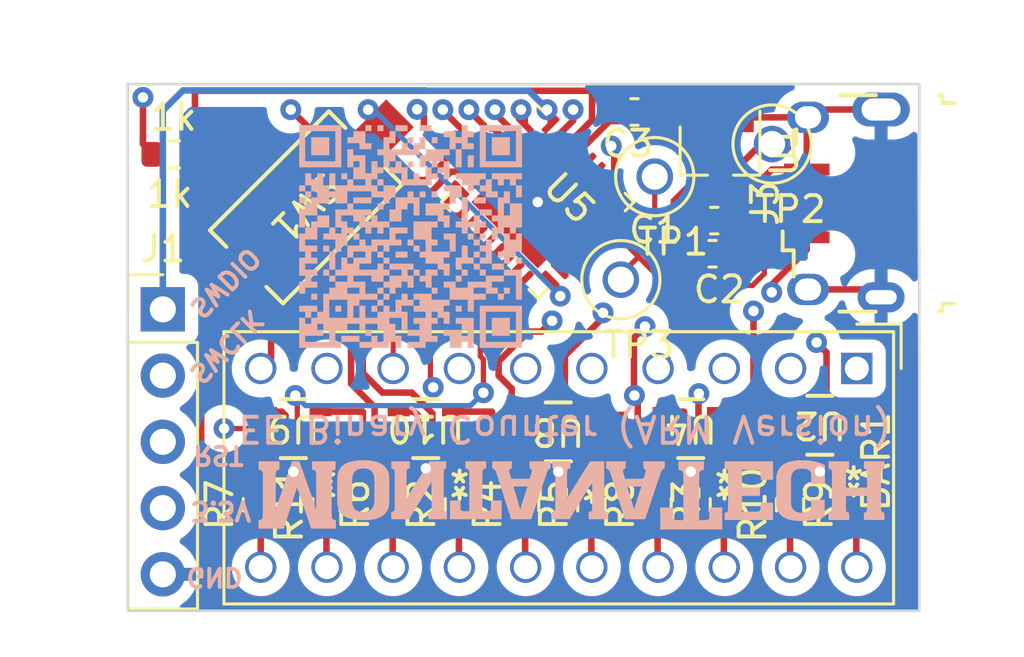
<source format=kicad_pcb>
(kicad_pcb (version 20241229) (generator "pcbnew") (generator_version "9.0")
  (layers (0 "F.Cu" signal) (4 "In1.Cu" signal) (6 "In2.Cu" signal) (2 "B.Cu" signal) (13 "F.Paste" user) (15 "B.Paste" user) (5 "F.SilkS" user "F.Silkscreen") (7 "B.SilkS" user "B.Silkscreen") (1 "F.Mask" user) (3 "B.Mask" user) (25 "Edge.Cuts" user))
  (net 0 "")
  (net 1 "+5V")
  (net 2 "Net-(U5-VDDCORE)")
  (net 3 "/SWDIO")
  (net 4 "/SWCLK")
  (net 5 "GND")
  (net 6 "/L9")
  (net 7 "/L8")
  (net 8 "/L7")
  (net 9 "/L6")
  (net 10 "/L5")
  (net 11 "+3V3")
  (net 12 "/D-")
  (net 13 "/L4")
  (net 14 "/L3")
  (net 15 "/L2")
  (net 16 "/L1")
  (net 17 "/L0")
  (net 18 "/D+")
  (net 20 "Net-(U10-DRAIN2)")
  (net 21 "Net-(U4-DRAIN2)")
  (net 22 "Net-(U8-DRAIN1)")
  (net 23 "Net-(U8-DRAIN2)")
  (net 24 "Net-(U10-DRAIN1)")
  (net 25 "/RST")
  (net 26 "Net-(U9-DRAIN1)")
  (net 27 "Net-(U4-DRAIN1)")
  (net 28 "Net-(U2-DRAIN2)")
  (net 29 "/Sig_L1")
  (net 30 "/Sig_L0")
  (net 31 "Net-(U2-DRAIN1)")
  (net 32 "/Sig_L8")
  (net 33 "/SW_1")
  (net 34 "/Sig_L9")
  (net 35 "Net-(U9-DRAIN2)")
  (net 36 "/Sig_L2")
  (net 37 "/Sig_L3")
  (net 38 "/Sig_L4")
  (net 39 "/Sig_L5")
  (net 40 "/Sig_L6")
  (net 41 "/Sig_L7")
  (footprint "TestPoint:TestPoint_Loop_D2.50mm_Drill1.0mm_LowProfile" (layer "F.Cu") (at 96 96.65)
    (property "Reference" "TP3")
    (property "Value" "TestPoint")
  )
  (footprint "Capacitor_SMD:C_0603_1608Metric" (layer "F.Cu") (at 99.581 94.3864)
    (property "Reference" "C1")
    (property "Value" "0.1u")
  )
  (footprint "Resistor_SMD:R_0603_1608Metric" (layer "F.Cu") (at 78.8416 91.8464 180)
    (property "Reference" "R12")
    (property "Value" "1k")
  )
  (footprint "USB:USB_Micro-B_Wuerth_629105150521" (layer "F.Cu") (at 105.029 93.726 90)
    (property "Reference" "J3")
    (property "Value" "USB_B_Micro")
  )
  (footprint "6-TSSOP:SOT-363   US6_TOS" (layer "F.Cu") (at 83.439 102.362 180)
    (property "Reference" "U9")
    (property "Value" "SSM6N7002KFU_LF")
  )
  (footprint "6-TSSOP:SOT-363   US6_TOS" (layer "F.Cu") (at 98.679 102.362 180)
    (property "Reference" "U4")
    (property "Value" "SSM6N7002KFU_LF")
  )
  (footprint "Resistor_SMD:R_0603_1608Metric" (layer "F.Cu") (at 89.789 105.283 90)
    (property "Reference" "R2")
    (property "Value" "330")
  )
  (footprint "Capacitor_SMD:C_0603_1608Metric" (layer "F.Cu") (at 96.52 90.2208)
    (property "Reference" "C3")
    (property "Value" "1u")
  )
  (footprint "Resistor_SMD:R_0603_1608Metric" (layer "F.Cu") (at 82.042 105.283 90)
    (property "Reference" "R7")
    (property "Value" "330")
  )
  (footprint "Resistor_SMD:R_0603_1608Metric" (layer "F.Cu") (at 102.489 105.283 90)
    (property "Reference" "R10")
    (property "Value" "330")
  )
  (footprint "Package_DFN_QFN:QFN-32-1EP_5x5mm_P0.5mm_EP3.6x3.6mm" (layer "F.Cu") (at 92.8116 93.6752 -45)
    (property "Reference" "U5")
    (property "Value" "ATSAMD21E15B-M")
  )
  (footprint "Connector_PinHeader_2.54mm:PinHeader_1x05_P2.54mm_Vertical" (layer "F.Cu") (at 78.4352 97.79)
    (property "Reference" "J1")
    (property "Value" "Conn_01x05_Pin")
  )
  (footprint "Resistor_SMD:R_0603_1608Metric" (layer "F.Cu") (at 97.409 105.283 90)
    (property "Reference" "R8")
    (property "Value" "330")
  )
  (footprint "Resistor_SMD:R_0603_1608Metric" (layer "F.Cu") (at 92.329 105.283 90)
    (property "Reference" "R4")
    (property "Value" "330")
  )
  (footprint "Resistor_SMD:R_0603_1608Metric" (layer "F.Cu") (at 84.709 105.283 90)
    (property "Reference" "R11")
    (property "Value" "330")
  )
  (footprint "Resistor_SMD:R_0603_1608Metric" (layer "F.Cu") (at 105.029 105.283 90)
    (property "Reference" "R9")
    (property "Value" "330")
  )
  (footprint "SPST_SMT:SW_PTS636_SMT-G_5_CNK" (layer "F.Cu") (at 83.9216 93.8784 -135)
    (property "Reference" "SW1")
    (property "Value" "PTS636_SM50_SMTR_LFS")
  )
  (footprint "TestPoint:TestPoint_Loop_D2.50mm_Drill1.0mm_LowProfile" (layer "F.Cu") (at 101.8 91.45)
    (property "Reference" "TP2")
    (property "Value" "TestPoint")
  )
  (footprint "LOGO" (layer "F.Cu") (at 99.314 92.964 180)
    (property "Reference" "")
    (property "Value" "LOGO" (hide yes))
  )
  (footprint "6-TSSOP:SOT-363   US6_TOS" (layer "F.Cu") (at 103.632 102.235 180)
    (property "Reference" "U2")
    (property "Value" "SSM6N7002KFU_LF")
  )
  (footprint "6-TSSOP:SOT-363   US6_TOS" (layer "F.Cu") (at 88.519 102.362 180)
    (property "Reference" "U10")
    (property "Value" "SSM6N7002KFU_LF")
  )
  (footprint "Capacitor_SMD:C_0603_1608Metric" (layer "F.Cu") (at 99.5172 95.6564)
    (property "Reference" "C2")
    (property "Value" "0.1u")
  )
  (footprint "TestPoint:TestPoint_Loop_D2.50mm_Drill1.0mm_LowProfile" (layer "F.Cu") (at 97.3 92.7)
    (property "Reference" "TP1")
    (property "Value" "TestPoint")
  )
  (footprint "Resistor_SMD:R_0603_1608Metric" (layer "F.Cu") (at 94.869 105.283 90)
    (property "Reference" "R5")
    (property "Value" "330")
  )
  (footprint "Resistor_SMD:R_0603_1608Metric" (layer "F.Cu") (at 87.249 105.283 90)
    (property "Reference" "R6")
    (property "Value" "330")
  )
  (footprint "Package_TO_SOT_SMD:TSOT-23" (layer "F.Cu") (at 99.822 91.694 -90)
    (property "Reference" "U1")
    (property "Value" "AP2127N3-1.2")
  )
  (footprint "Resistor_SMD:R_0603_1608Metric" (layer "F.Cu") (at 99.949 105.283 90)
    (property "Reference" "R3")
    (property "Value" "330")
  )
  (footprint "6-TSSOP:SOT-363   US6_TOS" (layer "F.Cu") (at 93.599 102.489 180)
    (property "Reference" "U8")
    (property "Value" "SSM6N7002KFU_LF")
  )
  (footprint "Display:HDSP-4830" (layer "F.Cu") (at 105.0485 100.0565 -90)
    (property "Reference" "BAR1")
    (property "Value" "HDSP-4830_2")
  )
  (footprint "LOGO" (layer "B.Cu") (at 87.9348 94.996 180)
    (property "Reference" "")
    (property "Value" "LOGO" (hide yes))
  )
  (footprint "LOGO" (layer "B.Cu") (at 94.107 104.902)
    (property "Reference" "")
    (property "Value" "LOGO" (hide yes))
  )
  (gr_rect (start 77.089 89.154) (end 107.442 109.347) (stroke (width 0.1)) (fill no) (layer "Edge.Cuts"))
  (gr_text "1k" (at 78.6892 93.3704 0) (layer "F.SilkS") (effects (font (size 1 1))))
  (gr_text "EE Binary Counter (ARM Version)" (at 93.853 102.362 180) (layer "B.SilkS") (effects (font (size 1 1)) (justify mirror)))
  (gr_text "GND" (at 80.4164 108.0516 180) (layer "B.SilkS") (effects (font (size 0.7 0.7)) (justify mirror)))
  (gr_text "SWCLK" (at 80.8736 99.2124 -135) (layer "B.SilkS") (effects (font (size 0.7 0.7)) (justify mirror)))
  (gr_text "SWDIO" (at 80.8228 96.774 -135) (layer "B.SilkS") (effects (font (size 0.7 0.7)) (justify mirror)))
  (gr_text "RST" (at 80.5688 103.378 180) (layer "B.SilkS") (effects (font (size 0.7 0.7)) (justify mirror)))
  (gr_text "3.3V" (at 80.6704 105.5116 180) (layer "B.SilkS") (effects (font (size 0.7 0.7)) (justify mirror)))
  (segment (start 98.806 94.02) (end 99.822 93.004) (width 0.25) (layer "F.Cu") (net 1))
  (segment (start 103.129 95.026) (end 102.967 95.026) (width 0.25) (layer "F.Cu") (net 1))
  (segment (start 101.784553 96.843447) (end 101.784553 97.135995) (width 0.25) (layer "F.Cu") (net 1))
  (segment (start 98.806 94.3864) (end 98.806 94.02) (width 0.25) (layer "F.Cu") (net 1))
  (segment (start 103.129 95.499) (end 101.784553 96.843447) (width 0.25) (layer "F.Cu") (net 1))
  (segment (start 101.132 91.694) (end 99.822 93.004) (width 0.25) (layer "F.Cu") (net 1))
  (segment (start 102.4045 91.601498) (end 102.311998 91.694) (width 0.25) (layer "F.Cu") (net 1))
  (segment (start 103.129 95.026) (end 103.129 95.499) (width 0.25) (layer "F.Cu") (net 1))
  (segment (start 102.311998 91.694) (end 101.132 91.694) (width 0.25) (layer "F.Cu") (net 1))
  (via (at 101.784553 97.135995) (size 0.8) (drill 0.4) (layers "F.Cu" "B.Cu") (net 1))
  (segment (start 94.367235 91.766012) (end 95.745 90.388247) (width 0.25) (layer "F.Cu") (net 2))
  (segment (start 95.745 90.388247) (end 95.745 90.2208) (width 0.25) (layer "F.Cu") (net 2))
  (segment (start 93.306575 90.268678) (end 93.170397 90.1325) (width 0.25) (layer "F.Cu") (net 3))
  (segment (start 93.306575 90.705352) (end 93.306575 90.268678) (width 0.25) (layer "F.Cu") (net 3))
  (via (at 93.170397 90.1325) (size 0.8) (drill 0.4) (layers "F.Cu" "B.Cu") (net 3))
  (segment (start 93.170397 90.1325) (end 93.170397 90.106698) (width 0.25) (layer "B.Cu") (net 3))
  (segment (start 78.4352 90.17) (end 78.4352 97.79) (width 0.25) (layer "B.Cu") (net 3))
  (segment (start 88.502405 89.4075) (end 88.489105 89.3942) (width 0.25) (layer "B.Cu") (net 3))
  (segment (start 93.170397 90.106698) (end 92.471199 89.4075) (width 0.25) (layer "B.Cu") (net 3))
  (segment (start 92.471199 89.4075) (end 88.502405 89.4075) (width 0.25) (layer "B.Cu") (net 3))
  (segment (start 79.211 89.3942) (end 78.4352 90.17) (width 0.25) (layer "B.Cu") (net 3))
  (segment (start 88.489105 89.3942) (end 79.211 89.3942) (width 0.25) (layer "B.Cu") (net 3))
  (segment (start 94.1699 90.549133) (end 94.1699 90.1325) (width 0.25) (layer "F.Cu") (net 4))
  (segment (start 78.0166 91.8464) (end 78.0166 91.7834) (width 0.25) (layer "F.Cu") (net 4))
  (segment (start 77.6732 91.44) (end 77.6732 89.662) (width 0.25) (layer "F.Cu") (net 4))
  (segment (start 78.0166 91.7834) (end 77.6732 91.44) (width 0.25) (layer "F.Cu") (net 4))
  (segment (start 93.660128 91.058905) (end 94.1699 90.549133) (width 0.25) (layer "F.Cu") (net 4))
  (via (at 77.6732 89.662) (size 0.8) (drill 0.4) (layers "F.Cu" "B.Cu") (net 4))
  (via (at 94.1699 90.1325) (size 0.8) (drill 0.4) (layers "F.Cu" "B.Cu") (net 4))
  (segment (start 80.814469 104.447252) (end 81.650217 105.283) (width 0.25) (layer "F.Cu") (net 5))
  (segment (start 83.141211 101.859689) (end 82.993523 101.712001) (width 0.25) (layer "F.Cu") (net 5))
  (segment (start 99.7204 103.011999) (end 99.0513 103.011999) (width 0.25) (layer "F.Cu") (net 5))
  (segment (start 93.301211 101.913512) (end 93.301211 103.124) (width 0.25) (layer "F.Cu") (net 5))
  (segment (start 83.424001 103.011999) (end 83.424001 103.998001) (width 0.25) (layer "F.Cu") (net 5))
  (segment (start 99.0513 103.011999) (end 98.730651 102.691349) (width 0.25) (layer "F.Cu") (net 5))
  (segment (start 81.022463 96.777537) (end 81.022463 98.174537) (width 0.25) (layer "F.Cu") (net 5))
  (segment (start 89.5604 103.011999) (end 88.533999 103.011999) (width 0.25) (layer "F.Cu") (net 5))
  (segment (start 97.295 90.0554) (end 97.9424 89.408) (width 0.25) (layer "F.Cu") (net 5))
  (segment (start 105.979 95.026) (end 105.979 97.326) (width 0.25) (layer "F.Cu") (net 5))
  (segment (start 93.584001 103.138999) (end 93.584001 103.998001) (width 0.25) (layer "F.Cu") (net 5))
  (segment (start 105.679 97.026) (end 105.979 97.326) (width 0.25) (layer "F.Cu") (net 5))
  (segment (start 93.165153 93.6752) (end 92.8116 93.6752) (width 0.25) (layer "F.Cu") (net 5))
  (segment (start 103.186523 101.585001) (end 102.5906 101.585001) (width 0.25) (layer "F.Cu") (net 5))
  (segment (start 100.814 90.426) (end 100.772 90.384) (width 0.25) (layer "F.Cu") (net 5))
  (segment (start 79.9084 99.2886) (end 79.9084 103.541183) (width 0.25) (layer "F.Cu") (net 5))
  (segment (start 81.022463 98.174537) (end 79.9084 99.2886) (width 0.25) (layer "F.Cu") (net 5))
  (segment (start 81.650217 105.283) (end 82.55 105.283) (width 0.25) (layer "F.Cu") (net 5))
  (segment (start 98.410001 101.712001) (end 97.6376 101.712001) (width 0.25) (layer "F.Cu") (net 5))
  (segment (start 80.814469 107.941669) (end 80.8228 107.95) (width 0.25) (layer "F.Cu") (net 5))
  (segment (start 88.533999 103.011999) (end 88.533999 103.871001) (width 0.25) (layer "F.Cu") (net 5))
  (segment (start 90.195305 94.523728) (end 91.043833 93.6752) (width 0.2) (layer "F.Cu") (net 5))
  (segment (start 80.8228 107.95) (end 78.4352 107.95) (width 0.25) (layer "F.Cu") (net 5))
  (segment (start 103.479 90.126) (end 103.179 90.426) (width 0.25) (layer "F.Cu") (net 5))
  (segment (start 79.9084 103.541183) (end 80.814469 104.447252) (width 0.25) (layer "F.Cu") (net 5))
  (segment (start 103.744001 102.884999) (end 103.392999 102.884999) (width 0.25) (layer "F.Cu") (net 5))
  (segment (start 93.584001 103.998001) (end 93.599 104.013) (width 0.25) (layer "F.Cu") (net 5))
  (segment (start 88.533999 103.011999) (end 88.23621 103.011999) (width 0.25) (layer "F.Cu") (net 5))
  (segment (start 97.9424 89.408) (end 99.796 89.408) (width 0.25) (layer "F.Cu") (net 5))
  (segment (start 105.979 92.426) (end 105.979 95.026) (width 0.25) (layer "F.Cu") (net 5))
  (segment (start 93.584001 103.138999) (end 94.6404 103.138999) (width 0.25) (layer "F.Cu") (net 5))
  (segment (start 93.301211 103.124) (end 93.31621 103.138999) (width 0.25) (layer "F.Cu") (net 5))
  (segment (start 103.179 97.026) (end 105.679 97.026) (width 0.25) (layer "F.Cu") (net 5))
  (segment (start 103.179 90.426) (end 100.814 90.426) (width 0.25) (layer "F.Cu") (net 5))
  (segment (start 80.814469 104.447252) (end 80.814469 107.941669) (width 0.25) (layer "F.Cu") (net 5))
  (segment (start 98.730651 102.691349) (end 98.730651 103.961349) (width 0.25) (layer "F.Cu") (net 5))
  (segment (start 91.043833 93.6752) (end 92.8116 93.6752) (width 0.2) (layer "F.Cu") (net 5))
  (segment (start 94.720788 92.119565) (end 93.165153 93.6752) (width 0.25) (layer "F.Cu") (net 5))
  (segment (start 104.6734 102.884999) (end 103.744001 102.884999) (width 0.25) (layer "F.Cu") (net 5))
  (segment (start 88.073523 101.712001) (end 87.4776 101.712001) (width 0.25) (layer "F.Cu") (net 5))
  (segment (start 100.2922 95.6564) (end 100.2922 94.4502) (width 0.25) (layer "F.Cu") (net 5))
  (segment (start 90.195305 94.523728) (end 90.089241 94.523728) (width 0.2) (layer "F.Cu") (net 5))
  (segment (start 103.129 92.426) (end 103.129 90.476) (width 0.25) (layer "F.Cu") (net 5))
  (segment (start 98.425 102.385699) (end 98.425 101.727) (width 0.25) (layer "F.Cu") (net 5))
  (segment (start 100.2922 94.4502) (end 100.356 94.3864) (width 0.25) (layer "F.Cu") (net 5))
  (segment (start 97.295 90.3732) (end 97.295 90.0554) (width 0.25) (layer "F.Cu") (net 5))
  (segment (start 100.667 94.0754) (end 100.667 93.549959) (width 0.25) (layer "F.Cu") (net 5))
  (segment (start 88.221211 102.997) (end 88.221211 101.859689) (width 0.25) (layer "F.Cu") (net 5))
  (segment (start 100.356 94.3864) (end 100.667 94.0754) (width 0.25) (layer "F.Cu") (net 5))
  (segment (start 103.129 90.476) (end 103.179 90.426) (width 0.25) (layer "F.Cu") (net 5))
  (segment (start 83.439 104.394) (end 83.439 104.013) (width 0.25) (layer "F.Cu") (net 5))
  (segment (start 92.5576 101.839001) (end 93.2267 101.839001) (width 0.25) (layer "F.Cu") (net 5))
  (segment (start 83.15621 103.011999) (end 83.141211 102.997) (width 0.25) (layer "F.Cu") (net 5))
  (segment (start 88.533999 103.871001) (end 88.519 103.886) (width 0.25) (layer "F.Cu") (net 5))
  (segment (start 84.4804 103.011999) (end 83.424001 103.011999) (width 0.25) (layer "F.Cu") (net 5))
  (segment (start 98.730651 103.961349) (end 98.679 104.013) (width 0.25) (layer "F.Cu") (net 5))
  (segment (start 83.424001 103.011999) (end 83.15621 103.011999) (width 0.25) (layer "F.Cu") (net 5))
  (segment (start 100.667 93.549959) (end 101.790959 92.426) (width 0.25) (layer "F.Cu") (net 5))
  (segment (start 82.993523 101.712001) (end 82.3976 101.712001) (width 0.25) (layer "F.Cu") (net 5))
  (segment (start 103.378 101.776478) (end 103.186523 101.585001) (width 0.25) (layer "F.Cu") (net 5))
  (segment (start 105.979 90.126) (end 105.979 92.426) (width 0.25) (layer "F.Cu") (net 5))
  (segment (start 83.424001 103.998001) (end 83.439 104.013) (width 0.25) (layer "F.Cu") (net 5))
  (segment (start 103.744001 103.900999) (end 103.632 104.013) (width 0.25) (layer "F.Cu") (net 5))
  (segment (start 101.790959 92.426) (end 103.129 92.426) (width 0.25) (layer "F.Cu") (net 5))
  (segment (start 103.392999 102.884999) (end 103.378 102.87) (width 0.25) (layer "F.Cu") (net 5))
  (segment (start 83.141211 102.997) (end 83.141211 101.859689) (width 0.25) (layer "F.Cu") (net 5))
  (segment (start 88.221211 101.859689) (end 88.073523 101.712001) (width 0.25) (layer "F.Cu") (net 5))
  (segment (start 98.425 101.727) (end 98.410001 101.712001) (width 0.25) (layer "F.Cu") (net 5))
  (segment (start 103.744001 102.884999) (end 103.744001 103.900999) (width 0.25) (layer "F.Cu") (net 5))
  (segment (start 82.55 105.283) (end 83.439 104.394) (width 0.25) (layer "F.Cu") (net 5))
  (segment (start 88.23621 103.011999) (end 88.221211 102.997) (width 0.25) (layer "F.Cu") (net 5))
  (segment (start 98.730651 102.691349) (end 98.425 102.385699) (width 0.25) (layer "F.Cu") (net 5))
  (segment (start 105.979 90.126) (end 103.479 90.126) (width 0.25) (layer "F.Cu") (net 5))
  (segment (start 93.31621 103.138999) (end 93.584001 103.138999) (width 0.25) (layer "F.Cu") (net 5))
  (segment (start 99.796 89.408) (end 100.772 90.384) (width 0.25) (layer "F.Cu") (net 5))
  (segment (start 103.378 102.87) (end 103.378 101.776478) (width 0.25) (layer "F.Cu") (net 5))
  (segment (start 93.2267 101.839001) (end 93.301211 101.913512) (width 0.25) (layer "F.Cu") (net 5))
  (via (at 88.519 103.886) (size 0.8) (drill 0.4) (layers "F.Cu" "B.Cu") (net 5))
  (via (at 92.8116 93.6752) (size 0.8) (drill 0.4) (layers "F.Cu" "B.Cu") (net 5))
  (via (at 83.439 104.013) (size 0.8) (drill 0.4) (layers "F.Cu" "B.Cu") (net 5))
  (via (at 103.632 104.013) (size 0.8) (drill 0.4) (layers "F.Cu" "B.Cu") (net 5))
  (via (at 98.679 104.013) (size 0.8) (drill 0.4) (layers "F.Cu" "B.Cu") (net 5))
  (via (at 93.599 104.013) (size 0.8) (drill 0.4) (layers "F.Cu" "B.Cu") (net 5))
  (segment (start 82.1885 106.2545) (end 82.042 106.108) (width 0.25) (layer "F.Cu") (net 6))
  (segment (start 82.1885 107.6765) (end 82.1885 106.2545) (width 0.25) (layer "F.Cu") (net 6))
  (segment (start 84.709 107.657) (end 84.7285 107.6765) (width 0.25) (layer "F.Cu") (net 7))
  (segment (start 84.709 106.108) (end 84.709 107.657) (width 0.25) (layer "F.Cu") (net 7))
  (segment (start 87.249 107.657) (end 87.2685 107.6765) (width 0.25) (layer "F.Cu") (net 8))
  (segment (start 87.249 106.108) (end 87.249 107.657) (width 0.25) (layer "F.Cu") (net 8))
  (segment (start 89.789 106.108) (end 89.789 107.657) (width 0.25) (layer "F.Cu") (net 9))
  (segment (start 89.789 107.657) (end 89.8085 107.6765) (width 0.25) (layer "F.Cu") (net 9))
  (segment (start 92.329 106.108) (end 92.329 107.657) (width 0.25) (layer "F.Cu") (net 10))
  (segment (start 92.329 107.657) (end 92.3485 107.6765) (width 0.25) (layer "F.Cu") (net 10))
  (segment (start 88.2965 95.807888) (end 88.2965 96.074936) (width 0.2) (layer "F.Cu") (net 11))
  (segment (start 89.841752 94.170175) (end 89.573425 94.170175) (width 0.2) (layer "F.Cu") (net 11))
  (segment (start 79.6544 89.408) (end 79.6666 89.4202) (width 0.25) (layer "F.Cu") (net 11))
  (segment (start 94.8944 89.408) (end 79.6544 89.408) (width 0.25) (layer "F.Cu") (net 11))
  (segment (start 96.6088 91.0208) (end 98.834 91.0208) (width 0.25) (layer "F.Cu") (net 11))
  (segment (start 98.031 93.6374) (end 98.872 92.7964) (width 0.25) (layer "F.Cu") (net 11))
  (segment (start 79.6666 89.4202) (end 79.6666 91.8464) (width 0.25) (layer "F.Cu") (net 11))
  (segment (start 97.4285 100.0565) (end 97.79 99.695) (width 0.25) (layer "F.Cu") (net 11))
  (segment (start 82.586738 94.766538) (end 82.586738 99.658262) (width 0.25) (layer "F.Cu") (net 11))
  (segment (start 98.834 91.0208) (end 98.872 90.9828) (width 0.25) (layer "F.Cu") (net 11))
  (segment (start 96.191252 89.408) (end 96.52 89.736748) (width 0.25) (layer "F.Cu") (net 11))
  (segment (start 98.845 90.411) (end 98.872 90.384) (width 0.25) (layer "F.Cu") (net 11))
  (segment (start 79.6666 91.8464) (end 82.586738 94.766538) (width 0.25) (layer "F.Cu") (net 11))
  (segment (start 89.573425 94.170175) (end 88.5952 95.1484) (width 0.2) (layer "F.Cu") (net 11))
  (segment (start 98.7422 95.6564) (end 98.031 94.9452) (width 0.25) (layer "F.Cu") (net 11))
  (segment (start 88.5952 95.1484) (end 88.5952 95.509188) (width 0.2) (layer "F.Cu") (net 11))
  (segment (start 96.52 90.932) (end 96.6088 91.0208) (width 0.25) (layer "F.Cu") (net 11))
  (segment (start 98.872 92.7964) (end 98.872 91.3892) (width 0.25) (layer "F.Cu") (net 11))
  (segment (start 88.2965 96.074936) (end 87.2685 97.102936) (width 0.2) (layer "F.Cu") (net 11))
  (segment (start 88.5952 95.509188) (end 88.2965 95.807888) (width 0.2) (layer "F.Cu") (net 11))
  (segment (start 94.013682 91.412458) (end 94.8944 90.53174) (width 0.25) (layer "F.Cu") (net 11))
  (segment (start 98.872 91.3892) (end 98.872 90.384) (width 0.25) (layer "F.Cu") (net 11))
  (segment (start 96.52 89.736748) (end 96.52 90.932) (width 0.25) (layer "F.Cu") (net 11))
  (segment (start 87.2685 97.102936) (end 87.2685 100.0565) (width 0.2) (layer "F.Cu") (net 11))
  (segment (start 98.031 94.9452) (end 98.031 93.6374) (width 0.25) (layer "F.Cu") (net 11))
  (segment (start 94.8944 89.408) (end 96.191252 89.408) (width 0.25) (layer "F.Cu") (net 11))
  (segment (start 82.586738 99.658262) (end 82.1885 100.0565) (width 0.25) (layer "F.Cu") (net 11))
  (segment (start 94.8944 90.53174) (end 94.8944 89.408) (width 0.25) (layer "F.Cu") (net 11))
  (segment (start 96.677084 95.772916) (end 95.427895 94.523728) (width 0.2) (layer "F.Cu") (net 12))
  (segment (start 101.048086 96.8756) (end 97.779767 96.8756) (width 0.2) (layer "F.Cu") (net 12))
  (segment (start 103.129 94.376) (end 101.5164 94.376) (width 0.2) (layer "F.Cu") (net 12))
  (segment (start 96 96.65) (end 96 96.45) (width 0.2) (layer "F.Cu") (net 12))
  (segment (start 101.5164 94.376) (end 101.506 94.3864) (width 0.2) (layer "F.Cu") (net 12))
  (segment (start 96 96.45) (end 96.677084 95.772916) (width 0.2) (layer "F.Cu") (net 12))
  (segment (start 97.779767 96.8756) (end 96.677084 95.772916) (width 0.2) (layer "F.Cu") (net 12))
  (segment (start 101.506 96.417685) (end 101.048086 96.8756) (width 0.2) (layer "F.Cu") (net 12))
  (segment (start 101.506 94.3864) (end 101.506 96.417685) (width 0.2) (layer "F.Cu") (net 12))
  (segment (start 94.869 106.108) (end 94.869 107.657) (width 0.25) (layer "F.Cu") (net 13))
  (segment (start 94.869 107.657) (end 94.8885 107.6765) (width 0.25) (layer "F.Cu") (net 13))
  (segment (start 97.409 107.657) (end 97.4285 107.6765) (width 0.25) (layer "F.Cu") (net 14))
  (segment (start 97.409 106.108) (end 97.409 107.657) (width 0.25) (layer "F.Cu") (net 14))
  (segment (start 99.949 107.657) (end 99.9685 107.6765) (width 0.25) (layer "F.Cu") (net 15))
  (segment (start 99.949 106.108) (end 99.949 107.657) (width 0.25) (layer "F.Cu") (net 15))
  (segment (start 102.489 106.108) (end 102.489 107.657) (width 0.25) (layer "F.Cu") (net 16))
  (segment (start 102.489 107.657) (end 102.5085 107.6765) (width 0.25) (layer "F.Cu") (net 16))
  (segment (start 105.029 107.657) (end 105.0485 107.6765) (width 0.25) (layer "F.Cu") (net 17))
  (segment (start 105.029 106.108) (end 105.029 107.657) (width 0.25) (layer "F.Cu") (net 17))
  (segment (start 101.092 93.726) (end 103.129 93.726) (width 0.2) (layer "F.Cu") (net 18))
  (segment (start 95.781448 94.170175) (end 95.795775 94.170175) (width 0.2) (layer "F.Cu") (net 18))
  (segment (start 98.0948 96.4692) (end 100.8888 96.4692) (width 0.2) (layer "F.Cu") (net 18))
  (segment (start 95.795775 94.170175) (end 96.5378 94.9122) (width 0.2) (layer "F.Cu") (net 18))
  (segment (start 96.5378 94.9122) (end 98.0948 96.4692) (width 0.2) (layer "F.Cu") (net 18))
  (segment (start 97.3 92.7) (end 97.3 94.15) (width 0.2) (layer "F.Cu") (net 18))
  (segment (start 101.106 96.252) (end 101.106 93.74) (width 0.2) (layer "F.Cu") (net 18))
  (segment (start 101.106 93.74) (end 101.092 93.726) (width 0.2) (layer "F.Cu") (net 18))
  (segment (start 97.3 94.15) (end 96.5378 94.9122) (width 0.2) (layer "F.Cu") (net 18))
  (segment (start 100.8888 96.4692) (end 101.106 96.252) (width 0.2) (layer "F.Cu") (net 18))
  (segment (start 91.059 101.727) (end 91.059 104.521) (width 0.25) (layer "F.Cu") (net 20))
  (segment (start 89.5604 101.712001) (end 91.044001 101.712001) (width 0.25) (layer "F.Cu") (net 20))
  (segment (start 89.852 104.521) (end 89.789 104.458) (width 0.25) (layer "F.Cu") (net 20))
  (segment (start 91.044001 101.712001) (end 91.059 101.727) (width 0.25) (layer "F.Cu") (net 20))
  (segment (start 91.059 104.521) (end 89.852 104.521) (width 0.25) (layer "F.Cu") (net 20))
  (segment (start 101.092 101.727) (end 101.092 104.521) (width 0.25) (layer "F.Cu") (net 21))
  (segment (start 101.077001 101.712001) (end 101.092 101.727) (width 0.25) (layer "F.Cu") (net 21))
  (segment (start 100.012 104.521) (end 99.949 104.458) (width 0.25) (layer "F.Cu") (net 21))
  (segment (start 101.092 104.521) (end 100.012 104.521) (width 0.25) (layer "F.Cu") (net 21))
  (segment (start 99.7204 101.712001) (end 101.077001 101.712001) (width 0.25) (layer "F.Cu") (net 21))
  (segment (start 92.329 104.458) (end 92.329 103.367599) (width 0.25) (layer "F.Cu") (net 22))
  (segment (start 92.329 103.367599) (end 92.5576 103.138999) (width 0.25) (layer "F.Cu") (net 22))
  (segment (start 94.6404 101.839001) (end 96.124001 101.839001) (width 0.25) (layer "F.Cu") (net 23))
  (segment (start 96.139 101.854) (end 96.139 104.648) (width 0.25) (layer "F.Cu") (net 23))
  (segment (start 96.139 104.648) (end 95.059 104.648) (width 0.25) (layer "F.Cu") (net 23))
  (segment (start 96.124001 101.839001) (end 96.139 101.854) (width 0.25) (layer "F.Cu") (net 23))
  (segment (start 95.059 104.648) (end 94.869 104.458) (width 0.25) (layer "F.Cu") (net 23))
  (segment (start 87.4776 104.2294) (end 87.249 104.458) (width 0.25) (layer "F.Cu") (net 24))
  (segment (start 87.4776 103.011999) (end 87.4776 104.2294) (width 0.25) (layer "F.Cu") (net 24))
  (segment (start 95.632674 91.525171) (end 95.745909 91.638406) (width 0.25) (layer "F.Cu") (net 25))
  (segment (start 95.745909 91.638406) (end 95.745909 92.508658) (width 0.25) (layer "F.Cu") (net 25))
  (segment (start 95.745909 92.508658) (end 95.427895 92.826672) (width 0.25) (layer "F.Cu") (net 25))
  (via (at 95.632674 91.525171) (size 0.8) (drill 0.4) (layers "F.Cu" "B.Cu") (net 25))
  (segment (start 82.3976 103.011999) (end 82.3976 104.1024) (width 0.25) (layer "F.Cu") (net 26))
  (segment (start 82.3976 104.1024) (end 82.042 104.458) (width 0.25) (layer "F.Cu") (net 26))
  (segment (start 97.6376 103.011999) (end 97.6376 104.2294) (width 0.25) (layer "F.Cu") (net 27))
  (segment (start 97.6376 104.2294) (end 97.409 104.458) (width 0.25) (layer "F.Cu") (net 27))
  (segment (start 105.092 104.521) (end 105.029 104.458) (width 0.25) (layer "F.Cu") (net 28))
  (segment (start 105.791 101.6) (end 105.791 104.521) (width 0.25) (layer "F.Cu") (net 28))
  (segment (start 105.791 104.521) (end 105.092 104.521) (width 0.25) (layer "F.Cu") (net 28))
  (segment (start 105.776001 101.585001) (end 105.791 101.6) (width 0.25) (layer "F.Cu") (net 28))
  (segment (start 104.6734 101.585001) (end 105.776001 101.585001) (width 0.25) (layer "F.Cu") (net 28))
  (segment (start 91.171391 90.267224) (end 91.171391 90.1325) (width 0.25) (layer "F.Cu") (net 29))
  (segment (start 91.963072 91.058905) (end 91.171391 90.267224) (width 0.25) (layer "F.Cu") (net 29))
  (segment (start 104.6734 102.235) (end 104.0043 102.235) (width 0.25) (layer "F.Cu") (net 29))
  (segment (start 103.886 102.1167) (end 103.886 99.441) (width 0.25) (layer "F.Cu") (net 29))
  (segment (start 103.886 99.441) (end 103.505 99.06) (width 0.25) (layer "F.Cu") (net 29))
  (segment (start 104.0043 102.235) (end 103.886 102.1167) (width 0.25) (layer "F.Cu") (net 29))
  (via (at 103.505 99.06) (size 0.8) (drill 0.4) (layers "F.Cu" "B.Cu") (net 29))
  (via (at 91.171391 90.1325) (size 0.8) (drill 0.4) (layers "F.Cu" "B.Cu") (net 29))
  (segment (start 101.9215 102.235) (end 101.854 102.1675) (width 0.25) (layer "F.Cu") (net 30))
  (segment (start 101.854 102.1675) (end 101.854 101.981) (width 0.25) (layer "F.Cu") (net 30))
  (segment (start 101.087601 101.086883) (end 101.473359 101.472641) (width 0.25) (layer "F.Cu") (net 30))
  (segment (start 92.316625 90.705352) (end 92.316625 90.278231) (width 0.25) (layer "F.Cu") (net 30))
  (segment (start 101.854 101.981) (end 101.854 101.854) (width 0.25) (layer "F.Cu") (net 30))
  (segment (start 101.854 101.854) (end 101.473 101.473) (width 0.25) (layer "F.Cu") (net 30))
  (segment (start 92.316625 90.278231) (end 92.170894 90.1325) (width 0.25) (layer "F.Cu") (net 30))
  (segment (start 102.5906 102.235) (end 101.9215 102.235) (width 0.25) (layer "F.Cu") (net 30))
  (segment (start 101.087601 97.852418) (end 101.087601 101.086883) (width 0.25) (layer "F.Cu") (net 30))
  (via (at 92.170894 90.1325) (size 0.8) (drill 0.4) (layers "F.Cu" "B.Cu") (net 30))
  (via (at 101.087601 97.852418) (size 0.8) (drill 0.4) (layers "F.Cu" "B.Cu") (net 30))
  (segment (start 102.489 104.458) (end 102.489 102.986599) (width 0.25) (layer "F.Cu") (net 31))
  (segment (start 102.489 102.986599) (end 102.5906 102.884999) (width 0.25) (layer "F.Cu") (net 31))
  (segment (start 88.6968 96.72934) (end 88.6968 100.7872) (width 0.2) (layer "F.Cu") (net 32))
  (segment (start 82.3976 102.362) (end 81.7285 102.362) (width 0.25) (layer "F.Cu") (net 32))
  (segment (start 88.703393 100.780607) (end 88.803124 100.780607) (width 0.2) (layer "F.Cu") (net 32))
  (segment (start 88.6968 100.7872) (end 88.703393 100.780607) (width 0.2) (layer "F.Cu") (net 32))
  (segment (start 80.782949 102.359649) (end 82.395249 102.359649) (width 0.2) (layer "F.Cu") (net 32))
  (segment (start 82.395249 102.359649) (end 82.3976 102.362) (width 0.2) (layer "F.Cu") (net 32))
  (segment (start 90.548858 94.877282) (end 88.6968 96.72934) (width 0.2) (layer "F.Cu") (net 32))
  (via (at 88.803124 100.780607) (size 0.8) (drill 0.4) (layers "F.Cu" "B.Cu") (net 32))
  (via (at 80.782949 102.359649) (size 0.8) (drill 0.4) (layers "F.Cu" "B.Cu") (net 32))
  (segment (start 86.820737 90.979263) (end 86.820737 90.643537) (width 0.25) (layer "F.Cu") (net 33))
  (segment (start 86.820737 90.643537) (end 86.3092 90.132) (width 0.25) (layer "F.Cu") (net 33))
  (segment (start 93.306575 96.913375) (end 93.6752 97.282) (width 0.2) (layer "F.Cu") (net 33))
  (segment (start 93.306575 96.645048) (end 93.306575 96.913375) (width 0.2) (layer "F.Cu") (net 33))
  (via (at 93.6752 97.282) (size 0.8) (drill 0.4) (layers "F.Cu" "B.Cu") (net 33))
  (via (at 86.3092 90.132) (size 0.8) (drill 0.4) (layers "F.Cu" "B.Cu") (net 33))
  (segment (start 86.3092 90.132) (end 86.5252 90.132) (width 0.2) (layer "B.Cu") (net 33))
  (segment (start 86.5252 90.132) (end 93.6752 97.282) (width 0.2) (layer "B.Cu") (net 33))
  (segment (start 90.902412 95.230835) (end 90.609398 95.523849) (width 0.2) (layer "F.Cu") (net 34))
  (segment (start 90.609398 99.584605) (end 90.7288 99.704007) (width 0.2) (layer "F.Cu") (net 34))
  (segment (start 90.609398 95.523849) (end 90.609398 99.584605) (width 0.2) (layer "F.Cu") (net 34))
  (segment (start 83.5152 101.092) (end 83.590731 101.167531) (width 0.2) (layer "F.Cu") (net 34))
  (segment (start 83.906844 102.362) (end 84.4804 102.362) (width 0.25) (layer "F.Cu") (net 34))
  (segment (start 90.7288 99.704007) (end 90.7288 100.987501) (width 0.2) (layer "F.Cu") (net 34))
  (segment (start 83.590731 102.045887) (end 83.906844 102.362) (width 0.25) (layer "F.Cu") (net 34))
  (segment (start 83.590731 101.167531) (end 83.590731 102.045887) (width 0.2) (layer "F.Cu") (net 34))
  (via (at 90.7288 100.987501) (size 0.8) (drill 0.4) (layers "F.Cu" "B.Cu") (net 34))
  (via (at 83.5152 101.092) (size 0.8) (drill 0.4) (layers "F.Cu" "B.Cu") (net 34))
  (segment (start 83.903807 101.480607) (end 83.5152 101.092) (width 0.2) (layer "B.Cu") (net 34))
  (segment (start 90.235694 101.480607) (end 83.903807 101.480607) (width 0.2) (layer "B.Cu") (net 34))
  (segment (start 90.7288 100.987501) (end 90.235694 101.480607) (width 0.2) (layer "B.Cu") (net 34))
  (segment (start 84.4804 101.712001) (end 86.091001 101.712001) (width 0.25) (layer "F.Cu") (net 35))
  (segment (start 86.106 101.727) (end 86.106 104.521) (width 0.25) (layer "F.Cu") (net 35))
  (segment (start 84.772 104.521) (end 84.709 104.458) (width 0.25) (layer "F.Cu") (net 35))
  (segment (start 86.106 104.521) (end 84.772 104.521) (width 0.25) (layer "F.Cu") (net 35))
  (segment (start 86.091001 101.712001) (end 86.106 101.727) (width 0.25) (layer "F.Cu") (net 35))
  (segment (start 96.5035 101.0755) (end 96.52 101.092) (width 0.25) (layer "F.Cu") (net 36))
  (segment (start 97.6376 102.362) (end 97.041677 102.362) (width 0.25) (layer "F.Cu") (net 36))
  (segment (start 91.125269 90.8575) (end 91.609518 91.341749) (width 0.25) (layer "F.Cu") (net 36))
  (segment (start 96.647 101.219) (end 96.52 101.092) (width 0.25) (layer "F.Cu") (net 36))
  (segment (start 96.647 101.967323) (end 96.647 101.219) (width 0.25) (layer "F.Cu") (net 36))
  (segment (start 96.5035 98.8733) (end 96.5035 101.0755) (width 0.25) (layer "F.Cu") (net 36))
  (segment (start 90.983849 90.8575) (end 90.948494 90.8575) (width 0.2) (layer "F.Cu") (net 36))
  (segment (start 91.125269 90.8575) (end 90.983849 90.8575) (width 0.25) (layer "F.Cu") (net 36))
  (segment (start 90.171888 90.1325) (end 90.171888 90.158302) (width 0.25) (layer "F.Cu") (net 36))
  (segment (start 97.041677 102.362) (end 96.647 101.967323) (width 0.25) (layer "F.Cu") (net 36))
  (segment (start 90.722244 90.708658) (end 90.757599 90.708658) (width 0.2) (layer "F.Cu") (net 36))
  (segment (start 90.171888 90.158302) (end 90.722244 90.708658) (width 0.25) (layer "F.Cu") (net 36))
  (segment (start 90.948494 90.8575) (end 90.923494 90.8325) (width 0.2) (layer "F.Cu") (net 36))
  (segment (start 91.609518 91.341749) (end 91.609518 91.412458) (width 0.25) (layer "F.Cu") (net 36))
  (segment (start 96.9264 98.4504) (end 96.5035 98.8733) (width 0.25) (layer "F.Cu") (net 36))
  (segment (start 90.757599 90.708658) (end 90.782599 90.733658) (width 0.2) (layer "F.Cu") (net 36))
  (via (at 90.171888 90.1325) (size 0.8) (drill 0.4) (layers "F.Cu" "B.Cu") (net 36))
  (via (at 96.52 101.092) (size 0.8) (drill 0.4) (layers "F.Cu" "B.Cu") (net 36))
  (via (at 96.9264 98.4504) (size 0.8) (drill 0.4) (layers "F.Cu" "B.Cu") (net 36))
  (segment (start 98.990102 101.021797) (end 98.976789 101.03511) (width 0.25) (layer "F.Cu") (net 37))
  (segment (start 90.172741 91.158658) (end 89.172385 90.158302) (width 0.25) (layer "F.Cu") (net 37))
  (segment (start 98.976789 101.03511) (end 98.976789 102.287489) (width 0.25) (layer "F.Cu") (net 37))
  (segment (start 99.0513 102.362) (end 99.7204 102.362) (width 0.25) (layer "F.Cu") (net 37))
  (segment (start 89.172385 90.158302) (end 89.172385 90.1325) (width 0.25) (layer "F.Cu") (net 37))
  (segment (start 91.255965 91.766012) (end 90.648611 91.158658) (width 0.25) (layer "F.Cu") (net 37))
  (segment (start 98.976789 102.287489) (end 99.0513 102.362) (width 0.25) (layer "F.Cu") (net 37))
  (segment (start 89.172385 90.353545) (end 89.172385 90.1325) (width 0.25) (layer "F.Cu") (net 37))
  (segment (start 90.648611 91.158658) (end 90.172741 91.158658) (width 0.25) (layer "F.Cu") (net 37))
  (via (at 89.172385 90.1325) (size 0.8) (drill 0.4) (layers "F.Cu" "B.Cu") (net 37))
  (via (at 98.990102 101.021797) (size 0.8) (drill 0.4) (layers "F.Cu" "B.Cu") (net 37))
  (segment (start 91.813989 100.830989) (end 91.813989 102.414489) (width 0.25) (layer "F.Cu") (net 38))
  (segment (start 92.456 98.641543) (end 91.313 99.784543) (width 0.25) (layer "F.Cu") (net 38))
  (segment (start 91.313 100.33) (end 91.813989 100.830989) (width 0.25) (layer "F.Cu") (net 38))
  (segment (start 91.313 99.784543) (end 91.313 100.33) (width 0.25) (layer "F.Cu") (net 38))
  (segment (start 88.447385 90.787963) (end 88.447385 90.377785) (width 0.25) (layer "F.Cu") (net 38))
  (segment (start 89.26808 91.608658) (end 88.447385 90.787963) (width 0.25) (layer "F.Cu") (net 38))
  (segment (start 91.813989 102.414489) (end 91.8885 102.489) (width 0.25) (layer "F.Cu") (net 38))
  (segment (start 90.902412 92.119565) (end 90.391505 91.608658) (width 0.25) (layer "F.Cu") (net 38))
  (segment (start 90.391505 91.608658) (end 89.26808 91.608658) (width 0.25) (layer "F.Cu") (net 38))
  (segment (start 92.953853 98.641543) (end 92.456 98.641543) (width 0.25) (layer "F.Cu") (net 38))
  (segment (start 88.447385 90.377785) (end 88.1888 90.1192) (width 0.25) (layer "F.Cu") (net 38))
  (segment (start 91.8885 102.489) (end 92.5576 102.489) (width 0.25) (layer "F.Cu") (net 38))
  (segment (start 93.364044 98.231352) (end 92.953853 98.641543) (width 0.25) (layer "F.Cu") (net 38))
  (via (at 93.364044 98.231352) (size 0.8) (drill 0.4) (layers "F.Cu" "B.Cu") (net 38))
  (via (at 88.1888 90.1192) (size 0.8) (drill 0.4) (layers "F.Cu" "B.Cu") (net 38))
  (segment (start 90.548858 92.473118) (end 90.134398 92.058658) (width 0.25) (layer "F.Cu") (net 39))
  (segment (start 86.038359 92.829273) (end 83.341586 90.1325) (width 0.25) (layer "F.Cu") (net 39))
  (segment (start 88.531002 92.829273) (end 86.038359 92.829273) (width 0.25) (layer "F.Cu") (net 39))
  (segment (start 88.531002 92.829273) (end 88.531002 92.849002) (width 0.25) (layer "F.Cu") (net 39))
  (segment (start 93.853 102.3707) (end 93.853 99.568) (width 0.25) (layer "F.Cu") (net 39))
  (segment (start 94.6404 102.489) (end 93.9713 102.489) (width 0.25) (layer "F.Cu") (net 39))
  (segment (start 93.853 99.568) (end 95.315818 98.105182) (width 0.25) (layer "F.Cu") (net 39))
  (segment (start 93.9713 102.489) (end 93.853 102.3707) (width 0.25) (layer "F.Cu") (net 39))
  (segment (start 90.134398 92.058658) (end 89.301617 92.058658) (width 0.25) (layer "F.Cu") (net 39))
  (segment (start 89.301617 92.058658) (end 88.531002 92.829273) (width 0.25) (layer "F.Cu") (net 39))
  (segment (start 95.315818 98.105182) (end 95.315818 97.972585) (width 0.25) (layer "F.Cu") (net 39))
  (via (at 83.341586 90.1325) (size 0.8) (drill 0.4) (layers "F.Cu" "B.Cu") (net 39))
  (via (at 95.315818 97.923465) (size 0.8) (drill 0.4) (layers "F.Cu" "B.Cu") (net 39))
  (segment (start 89.1032 92.9132) (end 87.122 94.8944) (width 0.25) (layer "F.Cu") (net 40))
  (segment (start 86.556 101.542) (end 86.556 102.10854) (width 0.25) (layer "F.Cu") (net 40))
  (segment (start 85.6535 97.4805) (end 85.6535 100.6395) (width 0.25) (layer "F.Cu") (net 40))
  (segment (start 86.556 102.10854) (end 86.55552 102.10902) (width 0.25) (layer "F.Cu") (net 40))
  (segment (start 85.6535 100.6395) (end 86.556 101.542) (width 0.25) (layer "F.Cu") (net 40))
  (segment (start 90.195305 92.826672) (end 89.877291 92.508658) (width 0.25) (layer "F.Cu") (net 40))
  (segment (start 89.488013 92.508658) (end 89.1032 92.893471) (width 0.25) (layer "F.Cu") (net 40))
  (segment (start 87.122 96.012) (end 85.6535 97.4805) (width 0.25) (layer "F.Cu") (net 40))
  (segment (start 89.877291 92.508658) (end 89.488013 92.508658) (width 0.25) (layer "F.Cu") (net 40))
  (segment (start 86.55552 102.10902) (end 86.8085 102.362) (width 0.25) (layer "F.Cu") (net 40))
  (segment (start 87.122 94.8944) (end 87.122 96.012) (width 0.25) (layer "F.Cu") (net 40))
  (segment (start 86.8085 102.362) (end 87.4776 102.362) (width 0.25) (layer "F.Cu") (net 40))
  (segment (start 89.1032 92.893471) (end 89.1032 92.9132) (width 0.25) (layer "F.Cu") (net 40))
  (segment (start 87.979418 100.9815) (end 88.773 101.775082) (width 0.25) (layer "F.Cu") (net 41))
  (segment (start 88.8913 102.362) (end 89.5604 102.362) (width 0.25) (layer "F.Cu") (net 41))
  (segment (start 89.841752 93.180225) (end 87.572 95.449978) (width 0.25) (layer "F.Cu") (net 41))
  (segment (start 86.8566 100.9815) (end 87.979418 100.9815) (width 0.25) (layer "F.Cu") (net 41))
  (segment (start 88.773 102.2437) (end 88.8913 102.362) (width 0.25) (layer "F.Cu") (net 41))
  (segment (start 87.572 95.449978) (end 87.572 96.198396) (width 0.25) (layer "F.Cu") (net 41))
  (segment (start 86.1035 97.666896) (end 86.1035 100.2284) (width 0.25) (layer "F.Cu") (net 41))
  (segment (start 88.773 101.775082) (end 88.773 102.2437) (width 0.25) (layer "F.Cu") (net 41))
  (segment (start 86.1035 100.2284) (end 86.8566 100.9815) (width 0.25) (layer "F.Cu") (net 41))
  (segment (start 87.572 96.198396) (end 86.1035 97.666896) (width 0.25) (layer "F.Cu") (net 41))
  (zone (net 5) (net_name "GND") (layer "B.Cu") (connect_pads (clearance 0.508)) (min_thickness 0.25) (fill yes (thermal_gap 0.5) (thermal_bridge_width 0.5))
    (polygon (pts (xy 76.988803 89.103335) (xy 107.367203 89.052535) (xy 107.418003 109.423335) (xy 76.887203 109.321735)))
  )
)
</source>
